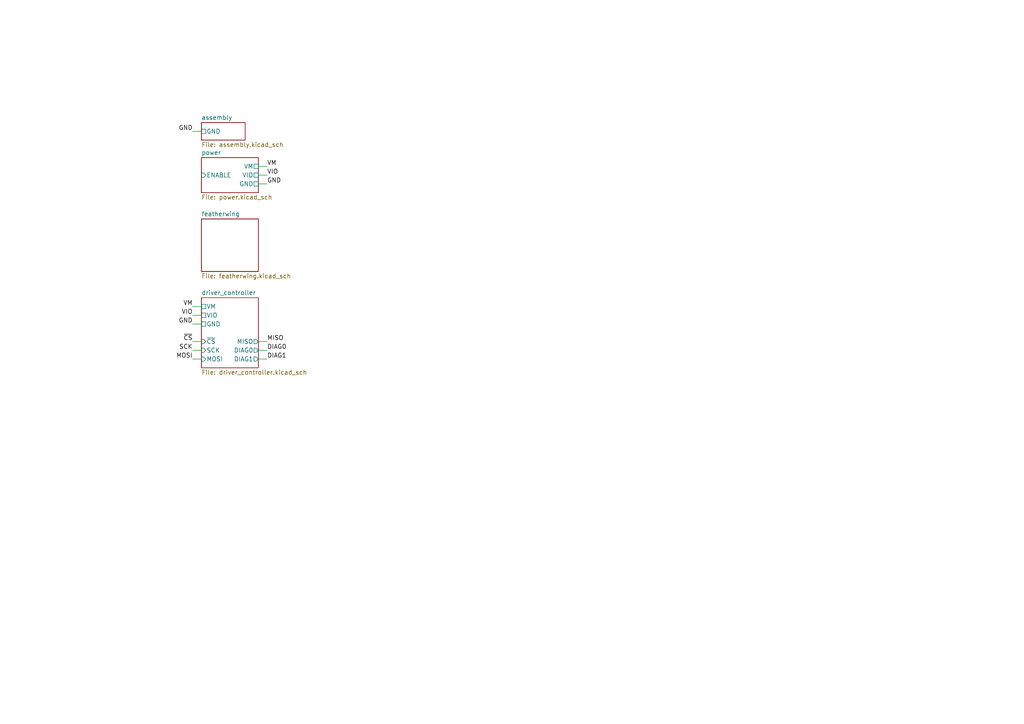
<source format=kicad_sch>
(kicad_sch (version 20230121) (generator eeschema)
  (paper "A4")
  (title_block (title "tmc5160_featherwing") (date "2024-04-15") (rev "1.0") (company "Howard Hughes Medical Institute"))
  (lib_symbols)
  (wire (pts (xy 58.42 101.6) (xy 55.88 101.6)))
  (wire (pts (xy 55.88 91.44) (xy 58.42 91.44)))
  (wire (pts (xy 58.42 104.14) (xy 55.88 104.14)))
  (wire (pts (xy 77.47 48.26) (xy 74.93 48.26)))
  (wire (pts (xy 58.42 99.06) (xy 55.88 99.06)))
  (wire (pts (xy 74.93 104.14) (xy 77.47 104.14)))
  (wire (pts (xy 55.88 38.1) (xy 58.42 38.1)))
  (wire (pts (xy 55.88 88.9) (xy 58.42 88.9)))
  (wire (pts (xy 74.93 101.6) (xy 77.47 101.6)))
  (wire (pts (xy 74.93 99.06) (xy 77.47 99.06)))
  (wire (pts (xy 55.88 93.98) (xy 58.42 93.98)))
  (wire (pts (xy 77.47 53.34) (xy 74.93 53.34)))
  (wire (pts (xy 77.47 50.8) (xy 74.93 50.8)))
  (label "GND" (at 77.47 53.34 0))
  (label "DIAG1" (at 77.47 104.14 0))
  (label "VIO" (at 77.47 50.8 0))
  (label "MOSI" (at 55.88 104.14 180))
  (label "VIO" (at 55.88 91.44 180))
  (label "VM" (at 55.88 88.9 180))
  (label "DIAG0" (at 77.47 101.6 0))
  (label "GND" (at 55.88 38.1 180))
  (label "GND" (at 55.88 93.98 180))
  (label "MISO" (at 77.47 99.06 0))
  (label "SCK" (at 55.88 101.6 180))
  (label "~{CS}" (at 55.88 99.06 180))
  (label "VM" (at 77.47 48.26 0))
  (sheet (at 58.42 86.36) (size 16.51 20.32) (stroke (width 0.1524))
    (property "Sheetname" "driver_controller" (at 58.42 85.6484 0) (effects (justify left bottom)))
    (property "Sheetfile" "driver_controller.kicad_sch" (at 58.42 107.2646 0) (effects (justify left top)))
    (pin "VM" passive (at 58.42 88.9 180))
    (pin "VIO" passive (at 58.42 91.44 180))
    (pin "GND" passive (at 58.42 93.98 180))
    (pin "~{CS}" input (at 58.42 99.06 180))
    (pin "SCK" input (at 58.42 101.6 180))
    (pin "DIAG0" output (at 74.93 101.6 0))
    (pin "DIAG1" output (at 74.93 104.14 0))
    (pin "MISO" output (at 74.93 99.06 0))
    (pin "MOSI" input (at 58.42 104.14 180))
  )
  (sheet (at 58.42 35.56) (size 12.7 5.08) (stroke (width 0.1524))
    (property "Sheetname" "assembly" (at 58.42 34.8484 0) (effects (justify left bottom)))
    (property "Sheetfile" "assembly.kicad_sch" (at 58.42 41.2246 0) (effects (justify left top)))
    (pin "GND" passive (at 58.42 38.1 180))
  )
  (sheet (at 58.42 63.5) (size 16.51 15.24) (stroke (width 0.1524))
    (property "Sheetname" "featherwing" (at 58.42 62.7884 0) (effects (justify left bottom)))
    (property "Sheetfile" "featherwing.kicad_sch" (at 58.42 79.3246 0) (effects (justify left top)))
  )
  (sheet (at 58.42 45.72) (size 16.51 10.16) (stroke (width 0.1524))
    (property "Sheetname" "power" (at 58.42 45.0084 0) (effects (justify left bottom)))
    (property "Sheetfile" "power.kicad_sch" (at 58.42 56.4646 0) (effects (justify left top)))
    (pin "GND" passive (at 74.93 53.34 0))
    (pin "VM" passive (at 74.93 48.26 0))
    (pin "VIO" passive (at 74.93 50.8 0))
    (pin "ENABLE" input (at 58.42 50.8 180))
  )
)
</source>
